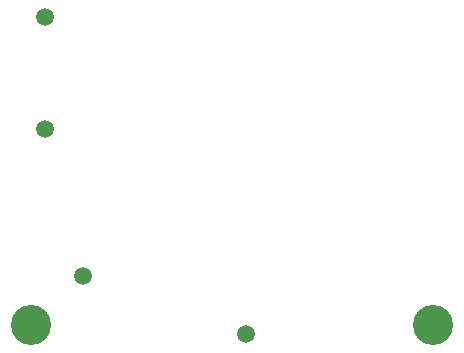
<source format=gbr>
%TF.GenerationSoftware,Altium Limited,Altium Designer,22.10.1 (41)*%
G04 Layer_Color=0*
%FSLAX45Y45*%
%MOMM*%
%TF.SameCoordinates,8EF9DDD9-B046-4884-B7CB-8C41A3A7CB5C*%
%TF.FilePolarity,Positive*%
%TF.FileFunction,NonPlated,1,4,NPTH,Drill*%
%TF.Part,Single*%
G01*
G75*
%TA.AperFunction,ComponentDrill*%
%ADD91C,1.50000*%
%ADD92C,1.50000*%
%TA.AperFunction,OtherDrill,Pad Free-3 (3mm,3mm)*%
%ADD93C,3.40000*%
%TA.AperFunction,OtherDrill,Pad Free-3 (37mm,3mm)*%
%ADD94C,3.40000*%
D91*
X417999Y2902000D02*
D03*
X2117498Y222500D02*
D03*
X417999Y1957000D02*
D03*
D92*
X735000Y712500D02*
D03*
D93*
X299999Y299999D02*
D03*
D94*
X3699998D02*
D03*
%TF.MD5,9bd4f1a6c8c46d9ce5ec4691fb4c0f4d*%
M02*

</source>
